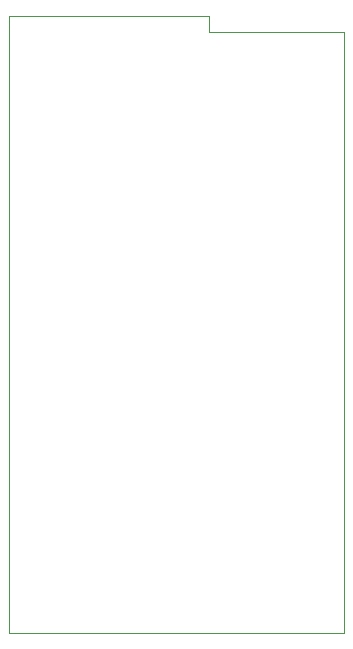
<source format=gbr>
%TF.GenerationSoftware,KiCad,Pcbnew,8.0.5*%
%TF.CreationDate,2024-10-25T02:08:45-07:00*%
%TF.ProjectId,ChungRF,4368756e-6752-4462-9e6b-696361645f70,R3*%
%TF.SameCoordinates,Original*%
%TF.FileFunction,Profile,NP*%
%FSLAX46Y46*%
G04 Gerber Fmt 4.6, Leading zero omitted, Abs format (unit mm)*
G04 Created by KiCad (PCBNEW 8.0.5) date 2024-10-25 02:08:45*
%MOMM*%
%LPD*%
G01*
G04 APERTURE LIST*
%TA.AperFunction,Profile*%
%ADD10C,0.050000*%
%TD*%
G04 APERTURE END LIST*
D10*
X151349082Y-61500000D02*
X168300000Y-61500000D01*
X151349082Y-113800000D02*
X151349082Y-61500000D01*
X179749082Y-62911410D02*
X179749082Y-113800000D01*
X168300000Y-62911410D02*
X179749082Y-62911410D01*
X179749082Y-113800000D02*
X151349082Y-113800000D01*
X168300000Y-61500000D02*
X168300000Y-62911410D01*
M02*

</source>
